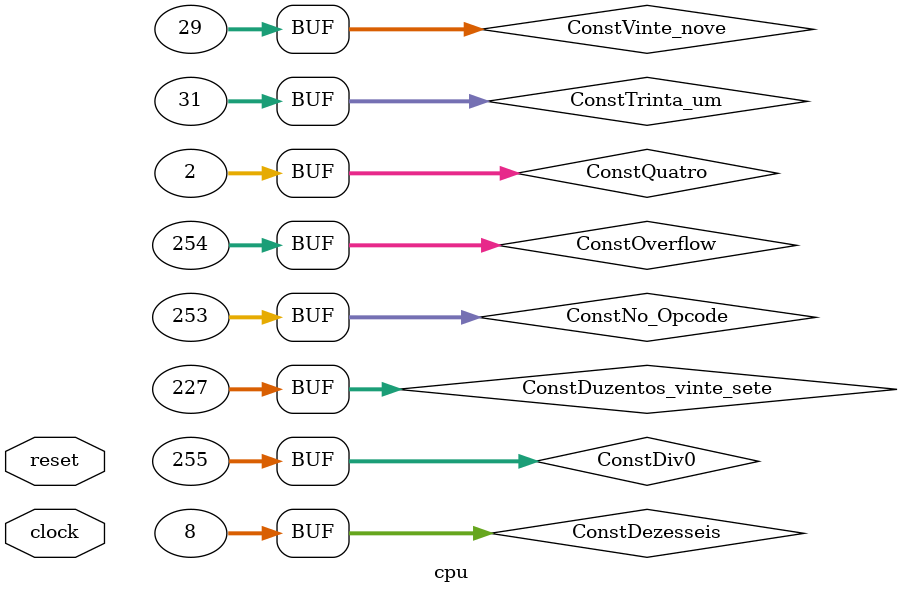
<source format=v>
module cpu(
    input wire clock,
    input wire reset
);

// Flags

    wire Overflow;
    wire Neg;
    wire Zero;
    wire EQ;
    wire GT;
    wire LT;

// Fios de controle

    wire WriteMemControl; 
    wire IRWriteControl;
    wire [2:0] ShiftRegControl;
    wire RegWriteControl; //n
    wire [2:0] ALUControl; //n
    wire PcControl;
    wire HI_writeControl;
    wire LO_writeControl;
    wire RegAControl;
    wire RegBControl;
    wire ALUOutControl; //n
    wire WriteMDRControl;
    wire EpcControl;
    wire EX_control;
    wire [1:0] PcSourceControl;
    wire [2:0] IorDControl;
    wire [1:0] RegDstControl; //n
    wire [1:0] ShiftAmtControl;
    wire [1:0] ShiftSrcControl;
    wire [2:0] DataSrcControl; //n
    wire [1:0] ALUSrcAControl; //n
    wire [1:0] ALUSrcBControl; //n
    wire [1:0] SSControl;
    wire [1:0] LScontrol;

// Fios de dados

    // Constantes
    wire [31:0] ConstDiv0;
    assign ConstDiv0 = 32'b00000000000000000000000011111111;
    wire [31:0] ConstOverflow = 32'b00000000000000000000000011111110;
    assign ConstOverflow = 32'b00000000000000000000000011111110;
    wire [31:0] ConstNo_Opcode = 32'b00000000000000000000000011111101;
    assign ConstNo_Opcode = 32'b00000000000000000000000011111101;
    wire [31:0] ConstQuatro = 32'b00000000000000000000000000000010;
    assign ConstQuatro = 32'b00000000000000000000000000000010;
    wire [31:0] ConstVinte_nove = 32'b00000000000000000000000000011101;
    assign ConstVinte_nove = 32'b00000000000000000000000000011101;
    wire [31:0] ConstTrinta_um = 32'b00000000000000000000000000011111;
    assign ConstTrinta_um = 32'b00000000000000000000000000011111;
    wire [31:0] ConstDuzentos_vinte_sete = 32'b00000000000000000000000011100011;
    assign ConstDuzentos_vinte_sete = 32'b00000000000000000000000011100011;
    wire [31:0] ConstDezesseis = 32'b00000000000000000000000000001000;
    assign ConstDezesseis = 32'b00000000000000000000000000001000;

    wire [31:26] OPCODE;
    wire [25:21] RS;
    wire [20:16] RT;
    wire [15:0] OFFSET;
    wire [4:0] ShiftAmt_out;
    wire [4:0] RegDst_out;

    wire [31:0] Mem_out;
    wire [31:0] ShiftReg_out;
    wire [31:0] ReadData_outA;
    wire [31:0] ReadData_outB;
    wire [31:0] ALUresult;
    wire [31:0] PC_out;
    wire [31:0] HI_out;
    wire [31:0] LO_out;
    wire [31:0] RegA_out;
    wire [31:0] RegB_out;
    wire [31:0] ALUOut_out;
    wire [31:0] MDR_out;
    wire [31:0] EPC_out;
    wire [31:0] EX_out;
    wire [31:0] PCSource_out;
    wire [31:0] IorD_out;
    wire [31:0] DataSrc_out;
    wire [31:0] ShiftSrc_out;
    wire [31:0] ALUSrcA_out;
    wire [31:0] ALUSrcB_out;
    wire [31:0] SS_out;
    wire [31:0] LS_out;

    // Padrão: Sinal -> Dados_in -> Dados_out
    // Componentes dados

    Memoria MEM_(
        IorD_out,
        clock,
        WriteMemControl,
        SS_out,
        Mem_out
    );

    Instr_Reg IR_(
        clock,
        reset,
        IRWriteControl,
        Mem_out,
        OPCODE,
        RS,
        RT,
        OFFSET
    );

    RegDesloc shift_reg_(
        clock,
        reset,
        ShiftRegControl,
        ShiftAmt_out,
        ShiftSrc_out,
        ShiftReg_out
    );

    Banco_reg Registradores_(
        clock,
        reset,
        RegWriteControl,
        RS,
        RT,
        RegDst_out,
        DataSrc_out,
        ReadData_outA,
        ReadData_outB
    );

    ula32 ALU_(
        ALUSrcA_out,
        ALUSrcB_out,
        ALUControl,
        ALUresult,

        Overflow,
        N,
        Zero,
        EQ,
        GT,
        LT
    );

    Registrador PC_(
        clock,
        reset,
        PcControl,
        EX_out,
        PC_out
    );

    Registrador HI(
        clock,
        reset,
        HI_Control,
        MDR_out,
        HI_out
    );

    Registrador LO(
        clock,
        reset,
        LO_Control,
        MDR_out,
        LO_out
    );

    Registrador A_(
        clock,
        reset,
        RegAControl,
        ReadData_outA,
        RegA_out
    );

    Registrador B_(
        clock,
        reset,
        RegBControl,
        ReadData_outB,
        RegB_out
    );

    Registrador ALUout_(
        clock,
        reset,
        ALUOutControl,
        ALUresult,
        ALUOut_out
    );

    Registrador MDR_(
        clock,
        reset,
        WriteMDRControl,
        Mem_out,
        MDR_out
    );

    Registrador EPC_(
        clock,
        reset,
        EpcControl,
        ALUresult,
        EPC_out
    );

    // Componentes feitos
    // Multiplexadores

    EX_ EX_(
        EX_control,
        PCSource_out,
        Mem_out,
        EX_out
    );

    PcSource_ PcSource_(
        PcSourceControl,
        ALUresult,
        conc_SL26_PC_out,
        ALUOut_out,
        EPC_out,
        PCSource_out
    );

    IorD_ IorD_(
        IorDControl,
        PC_out,
        ConstDiv0,
        ConstOverflow,
        ConstNo_Opcode,
        ALUresult,
        RegA_out,
        RegB_out,
        IorD_out
    );

    RegDst_ RegDst_(
        RegDstControl,
        ConstVinte_nove,
        RT,
        ConstTrinta_um,
        OFFSET,
        RegDst_out
    );

    ShiftAmt_ ShiftAmt_(
        ShiftAmtControl,
        OFFSET,
        ConstDezesseis,
        RegB_out,
        ShiftAmt_out
    );

    ShiftSrc_ ShiftSrc_(
        ShiftSrcControl,
        RegB_out,
        RegA_out,
        SL16_32_out,
        ShiftSrc_out
    );

    DataSrc_ DataSrc_(
        DataSrcControl,
        LS_out,
        HI_out,
        LO_out,
        ShiftReg_out,
        ConstDuzentos_vinte_sete,
        SE1_32_out,
        ALUOut_out,
        DataSrc_out
    );

    ALUSrcA_ ALUSrcA_(
        ALUSrcAControl,
        ALUOut_out,
        PC_out,
        RegA_out,
        MDR_out,
        ALUSrcA_out
    );

    ALUSrcB_ ALUSrcB_(
        ALUSrcBControl,
        SE16_32_out,
        ConstQuatro,
        RegB_out,
        SL2_out,
        ALUSrcB_out
    );

    // MDSrcA_ MDSrcA_(
    //     MDSrcAControl,
    //     RegA_out,
    //     MDR_out,
    //     MDSrcA_out
    // );

    // MDSrcB_ MDSrcB_(
    //     MDSrcBControl,
    //     RegB_out,
    //     Mem_out,
    //     MDSrcB_out
    // );

    // Componentes    
    // StoreSize SS_(
    //     SSControl,
    //     RegB_out,
    //     MDR_out,
    //     SS_out
    // );

    // LoadSize LS_(
    //     LScontrol,
    //     MDR_out,
    //     LS_out
    // );

    sign_extended16_32_ sign_extended16_32_(
        Mem_output,
        sign_extend8_32_output
    );

    shift_left_32_ shift_left_32_(
        sign_extend_1_out,
        shift_left_2_output
    );

    sign_extended1bit sign_extended1bit(
        OFFSET,
        sign_extend_1_out
    );

    shift_left_26to28 shift_left_26to28(
        
        PC_output,

        conc_SL26_PC_output
    );

    shift_left_16to32 sshift_left_16to32(
        OFFSET,

        SL_16to32_out
    );

    unid_controle unid_controle(
        clock,
        reset,
        EQ,
        GT,
        Overflow,
        ZR,
        LT,
        NG,
        OPCODE,
        OFFSET,
        WriteMemControl,
        IRWriteControl,
        ShiftRegControl,
        RegWriteControl,
        ALUControl,
        PcControl,
        HI_writeControl,
        LO_writeControl,
        RegAControl,
        RegBControl,
        ALUOutControl,
        WriteMDRControl,
        EpcControl,
        EX_control,
        PcSourceControl,
        IorDControl,
        RegDstControl,
        ShiftAmtControl,
        ShiftSrcControl,
        DataSrcControl,
        ALUSrcAControl,
        ALUSrcBControl,
        SSControl,
        LScontrol,
        MDSrcAControl,
        MDSrcBControl,
        MDControl,
        reset_out
    );

endmodule
</source>
